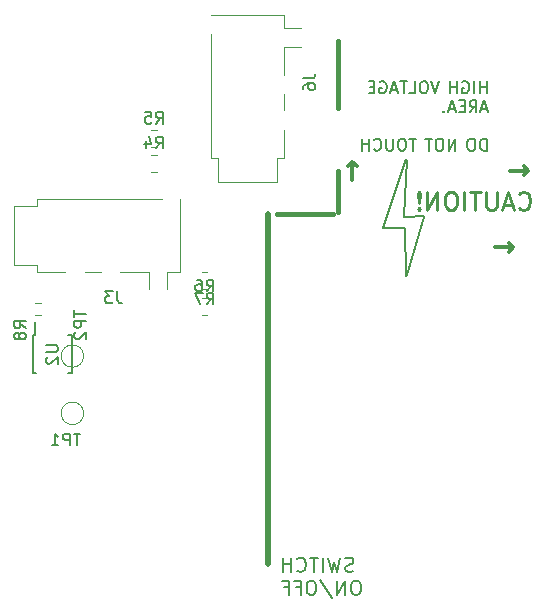
<source format=gbo>
%TF.GenerationSoftware,KiCad,Pcbnew,(7.0.0)*%
%TF.CreationDate,2023-03-27T21:21:58+02:00*%
%TF.ProjectId,220AC-mini-C3-board,32323041-432d-46d6-996e-692d43332d62,rev?*%
%TF.SameCoordinates,Original*%
%TF.FileFunction,Legend,Bot*%
%TF.FilePolarity,Positive*%
%FSLAX46Y46*%
G04 Gerber Fmt 4.6, Leading zero omitted, Abs format (unit mm)*
G04 Created by KiCad (PCBNEW (7.0.0)) date 2023-03-27 21:21:58*
%MOMM*%
%LPD*%
G01*
G04 APERTURE LIST*
%ADD10C,0.400000*%
%ADD11C,0.150000*%
%ADD12C,0.500000*%
%ADD13C,0.300000*%
%ADD14C,0.200000*%
%ADD15C,0.250000*%
%ADD16C,0.120000*%
G04 APERTURE END LIST*
D10*
X138170000Y-69685000D02*
X138170000Y-64000000D01*
X138210000Y-78500000D02*
X138210000Y-75045000D01*
D11*
X145430000Y-78860000D02*
X143860000Y-78890000D01*
X143930000Y-74050000D02*
X141980000Y-79870000D01*
X143860000Y-79840000D02*
X143960000Y-83920000D01*
D10*
X137750000Y-78680000D02*
X133000000Y-78680000D01*
D11*
X144000000Y-83810000D02*
X145460000Y-78960000D01*
X141980000Y-79840000D02*
X143820000Y-79840000D01*
D12*
X132245000Y-108320000D02*
X132255000Y-78680000D01*
D11*
X143790000Y-78890000D02*
X144000000Y-74110000D01*
D13*
X151515238Y-81499999D02*
X153039047Y-81499999D01*
X152658095Y-81880952D02*
X153039047Y-81499999D01*
X153039047Y-81499999D02*
X152658095Y-81119047D01*
X139369999Y-75774761D02*
X139369999Y-74250952D01*
X139750952Y-74631904D02*
X139369999Y-74250952D01*
X139369999Y-74250952D02*
X138989047Y-74631904D01*
D11*
X150761904Y-68437380D02*
X150761904Y-67437380D01*
X150761904Y-67913571D02*
X150190476Y-67913571D01*
X150190476Y-68437380D02*
X150190476Y-67437380D01*
X149714285Y-68437380D02*
X149714285Y-67437380D01*
X148714286Y-67485000D02*
X148809524Y-67437380D01*
X148809524Y-67437380D02*
X148952381Y-67437380D01*
X148952381Y-67437380D02*
X149095238Y-67485000D01*
X149095238Y-67485000D02*
X149190476Y-67580238D01*
X149190476Y-67580238D02*
X149238095Y-67675476D01*
X149238095Y-67675476D02*
X149285714Y-67865952D01*
X149285714Y-67865952D02*
X149285714Y-68008809D01*
X149285714Y-68008809D02*
X149238095Y-68199285D01*
X149238095Y-68199285D02*
X149190476Y-68294523D01*
X149190476Y-68294523D02*
X149095238Y-68389761D01*
X149095238Y-68389761D02*
X148952381Y-68437380D01*
X148952381Y-68437380D02*
X148857143Y-68437380D01*
X148857143Y-68437380D02*
X148714286Y-68389761D01*
X148714286Y-68389761D02*
X148666667Y-68342142D01*
X148666667Y-68342142D02*
X148666667Y-68008809D01*
X148666667Y-68008809D02*
X148857143Y-68008809D01*
X148238095Y-68437380D02*
X148238095Y-67437380D01*
X148238095Y-67913571D02*
X147666667Y-67913571D01*
X147666667Y-68437380D02*
X147666667Y-67437380D01*
X146733333Y-67437380D02*
X146400000Y-68437380D01*
X146400000Y-68437380D02*
X146066667Y-67437380D01*
X145542857Y-67437380D02*
X145352381Y-67437380D01*
X145352381Y-67437380D02*
X145257143Y-67485000D01*
X145257143Y-67485000D02*
X145161905Y-67580238D01*
X145161905Y-67580238D02*
X145114286Y-67770714D01*
X145114286Y-67770714D02*
X145114286Y-68104047D01*
X145114286Y-68104047D02*
X145161905Y-68294523D01*
X145161905Y-68294523D02*
X145257143Y-68389761D01*
X145257143Y-68389761D02*
X145352381Y-68437380D01*
X145352381Y-68437380D02*
X145542857Y-68437380D01*
X145542857Y-68437380D02*
X145638095Y-68389761D01*
X145638095Y-68389761D02*
X145733333Y-68294523D01*
X145733333Y-68294523D02*
X145780952Y-68104047D01*
X145780952Y-68104047D02*
X145780952Y-67770714D01*
X145780952Y-67770714D02*
X145733333Y-67580238D01*
X145733333Y-67580238D02*
X145638095Y-67485000D01*
X145638095Y-67485000D02*
X145542857Y-67437380D01*
X144209524Y-68437380D02*
X144685714Y-68437380D01*
X144685714Y-68437380D02*
X144685714Y-67437380D01*
X144019047Y-67437380D02*
X143447619Y-67437380D01*
X143733333Y-68437380D02*
X143733333Y-67437380D01*
X143161904Y-68151666D02*
X142685714Y-68151666D01*
X143257142Y-68437380D02*
X142923809Y-67437380D01*
X142923809Y-67437380D02*
X142590476Y-68437380D01*
X141733333Y-67485000D02*
X141828571Y-67437380D01*
X141828571Y-67437380D02*
X141971428Y-67437380D01*
X141971428Y-67437380D02*
X142114285Y-67485000D01*
X142114285Y-67485000D02*
X142209523Y-67580238D01*
X142209523Y-67580238D02*
X142257142Y-67675476D01*
X142257142Y-67675476D02*
X142304761Y-67865952D01*
X142304761Y-67865952D02*
X142304761Y-68008809D01*
X142304761Y-68008809D02*
X142257142Y-68199285D01*
X142257142Y-68199285D02*
X142209523Y-68294523D01*
X142209523Y-68294523D02*
X142114285Y-68389761D01*
X142114285Y-68389761D02*
X141971428Y-68437380D01*
X141971428Y-68437380D02*
X141876190Y-68437380D01*
X141876190Y-68437380D02*
X141733333Y-68389761D01*
X141733333Y-68389761D02*
X141685714Y-68342142D01*
X141685714Y-68342142D02*
X141685714Y-68008809D01*
X141685714Y-68008809D02*
X141876190Y-68008809D01*
X141257142Y-67913571D02*
X140923809Y-67913571D01*
X140780952Y-68437380D02*
X141257142Y-68437380D01*
X141257142Y-68437380D02*
X141257142Y-67437380D01*
X141257142Y-67437380D02*
X140780952Y-67437380D01*
X150809523Y-69771666D02*
X150333333Y-69771666D01*
X150904761Y-70057380D02*
X150571428Y-69057380D01*
X150571428Y-69057380D02*
X150238095Y-70057380D01*
X149333333Y-70057380D02*
X149666666Y-69581190D01*
X149904761Y-70057380D02*
X149904761Y-69057380D01*
X149904761Y-69057380D02*
X149523809Y-69057380D01*
X149523809Y-69057380D02*
X149428571Y-69105000D01*
X149428571Y-69105000D02*
X149380952Y-69152619D01*
X149380952Y-69152619D02*
X149333333Y-69247857D01*
X149333333Y-69247857D02*
X149333333Y-69390714D01*
X149333333Y-69390714D02*
X149380952Y-69485952D01*
X149380952Y-69485952D02*
X149428571Y-69533571D01*
X149428571Y-69533571D02*
X149523809Y-69581190D01*
X149523809Y-69581190D02*
X149904761Y-69581190D01*
X148904761Y-69533571D02*
X148571428Y-69533571D01*
X148428571Y-70057380D02*
X148904761Y-70057380D01*
X148904761Y-70057380D02*
X148904761Y-69057380D01*
X148904761Y-69057380D02*
X148428571Y-69057380D01*
X148047618Y-69771666D02*
X147571428Y-69771666D01*
X148142856Y-70057380D02*
X147809523Y-69057380D01*
X147809523Y-69057380D02*
X147476190Y-70057380D01*
X147142856Y-69962142D02*
X147095237Y-70009761D01*
X147095237Y-70009761D02*
X147142856Y-70057380D01*
X147142856Y-70057380D02*
X147190475Y-70009761D01*
X147190475Y-70009761D02*
X147142856Y-69962142D01*
X147142856Y-69962142D02*
X147142856Y-70057380D01*
X150761904Y-73297380D02*
X150761904Y-72297380D01*
X150761904Y-72297380D02*
X150523809Y-72297380D01*
X150523809Y-72297380D02*
X150380952Y-72345000D01*
X150380952Y-72345000D02*
X150285714Y-72440238D01*
X150285714Y-72440238D02*
X150238095Y-72535476D01*
X150238095Y-72535476D02*
X150190476Y-72725952D01*
X150190476Y-72725952D02*
X150190476Y-72868809D01*
X150190476Y-72868809D02*
X150238095Y-73059285D01*
X150238095Y-73059285D02*
X150285714Y-73154523D01*
X150285714Y-73154523D02*
X150380952Y-73249761D01*
X150380952Y-73249761D02*
X150523809Y-73297380D01*
X150523809Y-73297380D02*
X150761904Y-73297380D01*
X149571428Y-72297380D02*
X149380952Y-72297380D01*
X149380952Y-72297380D02*
X149285714Y-72345000D01*
X149285714Y-72345000D02*
X149190476Y-72440238D01*
X149190476Y-72440238D02*
X149142857Y-72630714D01*
X149142857Y-72630714D02*
X149142857Y-72964047D01*
X149142857Y-72964047D02*
X149190476Y-73154523D01*
X149190476Y-73154523D02*
X149285714Y-73249761D01*
X149285714Y-73249761D02*
X149380952Y-73297380D01*
X149380952Y-73297380D02*
X149571428Y-73297380D01*
X149571428Y-73297380D02*
X149666666Y-73249761D01*
X149666666Y-73249761D02*
X149761904Y-73154523D01*
X149761904Y-73154523D02*
X149809523Y-72964047D01*
X149809523Y-72964047D02*
X149809523Y-72630714D01*
X149809523Y-72630714D02*
X149761904Y-72440238D01*
X149761904Y-72440238D02*
X149666666Y-72345000D01*
X149666666Y-72345000D02*
X149571428Y-72297380D01*
X148114285Y-73297380D02*
X148114285Y-72297380D01*
X148114285Y-72297380D02*
X147542857Y-73297380D01*
X147542857Y-73297380D02*
X147542857Y-72297380D01*
X146876190Y-72297380D02*
X146685714Y-72297380D01*
X146685714Y-72297380D02*
X146590476Y-72345000D01*
X146590476Y-72345000D02*
X146495238Y-72440238D01*
X146495238Y-72440238D02*
X146447619Y-72630714D01*
X146447619Y-72630714D02*
X146447619Y-72964047D01*
X146447619Y-72964047D02*
X146495238Y-73154523D01*
X146495238Y-73154523D02*
X146590476Y-73249761D01*
X146590476Y-73249761D02*
X146685714Y-73297380D01*
X146685714Y-73297380D02*
X146876190Y-73297380D01*
X146876190Y-73297380D02*
X146971428Y-73249761D01*
X146971428Y-73249761D02*
X147066666Y-73154523D01*
X147066666Y-73154523D02*
X147114285Y-72964047D01*
X147114285Y-72964047D02*
X147114285Y-72630714D01*
X147114285Y-72630714D02*
X147066666Y-72440238D01*
X147066666Y-72440238D02*
X146971428Y-72345000D01*
X146971428Y-72345000D02*
X146876190Y-72297380D01*
X146161904Y-72297380D02*
X145590476Y-72297380D01*
X145876190Y-73297380D02*
X145876190Y-72297380D01*
X144799999Y-72297380D02*
X144228571Y-72297380D01*
X144514285Y-73297380D02*
X144514285Y-72297380D01*
X143704761Y-72297380D02*
X143514285Y-72297380D01*
X143514285Y-72297380D02*
X143419047Y-72345000D01*
X143419047Y-72345000D02*
X143323809Y-72440238D01*
X143323809Y-72440238D02*
X143276190Y-72630714D01*
X143276190Y-72630714D02*
X143276190Y-72964047D01*
X143276190Y-72964047D02*
X143323809Y-73154523D01*
X143323809Y-73154523D02*
X143419047Y-73249761D01*
X143419047Y-73249761D02*
X143514285Y-73297380D01*
X143514285Y-73297380D02*
X143704761Y-73297380D01*
X143704761Y-73297380D02*
X143799999Y-73249761D01*
X143799999Y-73249761D02*
X143895237Y-73154523D01*
X143895237Y-73154523D02*
X143942856Y-72964047D01*
X143942856Y-72964047D02*
X143942856Y-72630714D01*
X143942856Y-72630714D02*
X143895237Y-72440238D01*
X143895237Y-72440238D02*
X143799999Y-72345000D01*
X143799999Y-72345000D02*
X143704761Y-72297380D01*
X142847618Y-72297380D02*
X142847618Y-73106904D01*
X142847618Y-73106904D02*
X142799999Y-73202142D01*
X142799999Y-73202142D02*
X142752380Y-73249761D01*
X142752380Y-73249761D02*
X142657142Y-73297380D01*
X142657142Y-73297380D02*
X142466666Y-73297380D01*
X142466666Y-73297380D02*
X142371428Y-73249761D01*
X142371428Y-73249761D02*
X142323809Y-73202142D01*
X142323809Y-73202142D02*
X142276190Y-73106904D01*
X142276190Y-73106904D02*
X142276190Y-72297380D01*
X141228571Y-73202142D02*
X141276190Y-73249761D01*
X141276190Y-73249761D02*
X141419047Y-73297380D01*
X141419047Y-73297380D02*
X141514285Y-73297380D01*
X141514285Y-73297380D02*
X141657142Y-73249761D01*
X141657142Y-73249761D02*
X141752380Y-73154523D01*
X141752380Y-73154523D02*
X141799999Y-73059285D01*
X141799999Y-73059285D02*
X141847618Y-72868809D01*
X141847618Y-72868809D02*
X141847618Y-72725952D01*
X141847618Y-72725952D02*
X141799999Y-72535476D01*
X141799999Y-72535476D02*
X141752380Y-72440238D01*
X141752380Y-72440238D02*
X141657142Y-72345000D01*
X141657142Y-72345000D02*
X141514285Y-72297380D01*
X141514285Y-72297380D02*
X141419047Y-72297380D01*
X141419047Y-72297380D02*
X141276190Y-72345000D01*
X141276190Y-72345000D02*
X141228571Y-72392619D01*
X140799999Y-73297380D02*
X140799999Y-72297380D01*
X140799999Y-72773571D02*
X140228571Y-72773571D01*
X140228571Y-73297380D02*
X140228571Y-72297380D01*
D13*
X152765238Y-74999999D02*
X154289047Y-74999999D01*
X153908095Y-75380952D02*
X154289047Y-74999999D01*
X154289047Y-74999999D02*
X153908095Y-74619047D01*
D14*
X139478572Y-108911714D02*
X139307144Y-108968857D01*
X139307144Y-108968857D02*
X139021429Y-108968857D01*
X139021429Y-108968857D02*
X138907144Y-108911714D01*
X138907144Y-108911714D02*
X138850001Y-108854571D01*
X138850001Y-108854571D02*
X138792858Y-108740285D01*
X138792858Y-108740285D02*
X138792858Y-108626000D01*
X138792858Y-108626000D02*
X138850001Y-108511714D01*
X138850001Y-108511714D02*
X138907144Y-108454571D01*
X138907144Y-108454571D02*
X139021429Y-108397428D01*
X139021429Y-108397428D02*
X139250001Y-108340285D01*
X139250001Y-108340285D02*
X139364286Y-108283142D01*
X139364286Y-108283142D02*
X139421429Y-108226000D01*
X139421429Y-108226000D02*
X139478572Y-108111714D01*
X139478572Y-108111714D02*
X139478572Y-107997428D01*
X139478572Y-107997428D02*
X139421429Y-107883142D01*
X139421429Y-107883142D02*
X139364286Y-107826000D01*
X139364286Y-107826000D02*
X139250001Y-107768857D01*
X139250001Y-107768857D02*
X138964286Y-107768857D01*
X138964286Y-107768857D02*
X138792858Y-107826000D01*
X138392858Y-107768857D02*
X138107144Y-108968857D01*
X138107144Y-108968857D02*
X137878572Y-108111714D01*
X137878572Y-108111714D02*
X137650001Y-108968857D01*
X137650001Y-108968857D02*
X137364287Y-107768857D01*
X136907143Y-108968857D02*
X136907143Y-107768857D01*
X136507143Y-107768857D02*
X135821429Y-107768857D01*
X136164286Y-108968857D02*
X136164286Y-107768857D01*
X134735714Y-108854571D02*
X134792857Y-108911714D01*
X134792857Y-108911714D02*
X134964285Y-108968857D01*
X134964285Y-108968857D02*
X135078571Y-108968857D01*
X135078571Y-108968857D02*
X135250000Y-108911714D01*
X135250000Y-108911714D02*
X135364285Y-108797428D01*
X135364285Y-108797428D02*
X135421428Y-108683142D01*
X135421428Y-108683142D02*
X135478571Y-108454571D01*
X135478571Y-108454571D02*
X135478571Y-108283142D01*
X135478571Y-108283142D02*
X135421428Y-108054571D01*
X135421428Y-108054571D02*
X135364285Y-107940285D01*
X135364285Y-107940285D02*
X135250000Y-107826000D01*
X135250000Y-107826000D02*
X135078571Y-107768857D01*
X135078571Y-107768857D02*
X134964285Y-107768857D01*
X134964285Y-107768857D02*
X134792857Y-107826000D01*
X134792857Y-107826000D02*
X134735714Y-107883142D01*
X134221428Y-108968857D02*
X134221428Y-107768857D01*
X134221428Y-108340285D02*
X133535714Y-108340285D01*
X133535714Y-108968857D02*
X133535714Y-107768857D01*
X139821428Y-109712857D02*
X139592856Y-109712857D01*
X139592856Y-109712857D02*
X139478571Y-109770000D01*
X139478571Y-109770000D02*
X139364285Y-109884285D01*
X139364285Y-109884285D02*
X139307142Y-110112857D01*
X139307142Y-110112857D02*
X139307142Y-110512857D01*
X139307142Y-110512857D02*
X139364285Y-110741428D01*
X139364285Y-110741428D02*
X139478571Y-110855714D01*
X139478571Y-110855714D02*
X139592856Y-110912857D01*
X139592856Y-110912857D02*
X139821428Y-110912857D01*
X139821428Y-110912857D02*
X139935714Y-110855714D01*
X139935714Y-110855714D02*
X140049999Y-110741428D01*
X140049999Y-110741428D02*
X140107142Y-110512857D01*
X140107142Y-110512857D02*
X140107142Y-110112857D01*
X140107142Y-110112857D02*
X140049999Y-109884285D01*
X140049999Y-109884285D02*
X139935714Y-109770000D01*
X139935714Y-109770000D02*
X139821428Y-109712857D01*
X138792856Y-110912857D02*
X138792856Y-109712857D01*
X138792856Y-109712857D02*
X138107142Y-110912857D01*
X138107142Y-110912857D02*
X138107142Y-109712857D01*
X136678570Y-109655714D02*
X137707142Y-111198571D01*
X136049999Y-109712857D02*
X135821427Y-109712857D01*
X135821427Y-109712857D02*
X135707142Y-109770000D01*
X135707142Y-109770000D02*
X135592856Y-109884285D01*
X135592856Y-109884285D02*
X135535713Y-110112857D01*
X135535713Y-110112857D02*
X135535713Y-110512857D01*
X135535713Y-110512857D02*
X135592856Y-110741428D01*
X135592856Y-110741428D02*
X135707142Y-110855714D01*
X135707142Y-110855714D02*
X135821427Y-110912857D01*
X135821427Y-110912857D02*
X136049999Y-110912857D01*
X136049999Y-110912857D02*
X136164285Y-110855714D01*
X136164285Y-110855714D02*
X136278570Y-110741428D01*
X136278570Y-110741428D02*
X136335713Y-110512857D01*
X136335713Y-110512857D02*
X136335713Y-110112857D01*
X136335713Y-110112857D02*
X136278570Y-109884285D01*
X136278570Y-109884285D02*
X136164285Y-109770000D01*
X136164285Y-109770000D02*
X136049999Y-109712857D01*
X134621427Y-110284285D02*
X135021427Y-110284285D01*
X135021427Y-110912857D02*
X135021427Y-109712857D01*
X135021427Y-109712857D02*
X134449999Y-109712857D01*
X133592856Y-110284285D02*
X133992856Y-110284285D01*
X133992856Y-110912857D02*
X133992856Y-109712857D01*
X133992856Y-109712857D02*
X133421428Y-109712857D01*
D15*
X153535714Y-78158214D02*
X153607142Y-78229642D01*
X153607142Y-78229642D02*
X153821428Y-78301071D01*
X153821428Y-78301071D02*
X153964285Y-78301071D01*
X153964285Y-78301071D02*
X154178571Y-78229642D01*
X154178571Y-78229642D02*
X154321428Y-78086785D01*
X154321428Y-78086785D02*
X154392857Y-77943928D01*
X154392857Y-77943928D02*
X154464285Y-77658214D01*
X154464285Y-77658214D02*
X154464285Y-77443928D01*
X154464285Y-77443928D02*
X154392857Y-77158214D01*
X154392857Y-77158214D02*
X154321428Y-77015357D01*
X154321428Y-77015357D02*
X154178571Y-76872500D01*
X154178571Y-76872500D02*
X153964285Y-76801071D01*
X153964285Y-76801071D02*
X153821428Y-76801071D01*
X153821428Y-76801071D02*
X153607142Y-76872500D01*
X153607142Y-76872500D02*
X153535714Y-76943928D01*
X152964285Y-77872500D02*
X152250000Y-77872500D01*
X153107142Y-78301071D02*
X152607142Y-76801071D01*
X152607142Y-76801071D02*
X152107142Y-78301071D01*
X151607143Y-76801071D02*
X151607143Y-78015357D01*
X151607143Y-78015357D02*
X151535714Y-78158214D01*
X151535714Y-78158214D02*
X151464286Y-78229642D01*
X151464286Y-78229642D02*
X151321428Y-78301071D01*
X151321428Y-78301071D02*
X151035714Y-78301071D01*
X151035714Y-78301071D02*
X150892857Y-78229642D01*
X150892857Y-78229642D02*
X150821428Y-78158214D01*
X150821428Y-78158214D02*
X150750000Y-78015357D01*
X150750000Y-78015357D02*
X150750000Y-76801071D01*
X150249999Y-76801071D02*
X149392857Y-76801071D01*
X149821428Y-78301071D02*
X149821428Y-76801071D01*
X148892857Y-78301071D02*
X148892857Y-76801071D01*
X147892856Y-76801071D02*
X147607142Y-76801071D01*
X147607142Y-76801071D02*
X147464285Y-76872500D01*
X147464285Y-76872500D02*
X147321428Y-77015357D01*
X147321428Y-77015357D02*
X147249999Y-77301071D01*
X147249999Y-77301071D02*
X147249999Y-77801071D01*
X147249999Y-77801071D02*
X147321428Y-78086785D01*
X147321428Y-78086785D02*
X147464285Y-78229642D01*
X147464285Y-78229642D02*
X147607142Y-78301071D01*
X147607142Y-78301071D02*
X147892856Y-78301071D01*
X147892856Y-78301071D02*
X148035714Y-78229642D01*
X148035714Y-78229642D02*
X148178571Y-78086785D01*
X148178571Y-78086785D02*
X148249999Y-77801071D01*
X148249999Y-77801071D02*
X148249999Y-77301071D01*
X148249999Y-77301071D02*
X148178571Y-77015357D01*
X148178571Y-77015357D02*
X148035714Y-76872500D01*
X148035714Y-76872500D02*
X147892856Y-76801071D01*
X146607142Y-78301071D02*
X146607142Y-76801071D01*
X146607142Y-76801071D02*
X145749999Y-78301071D01*
X145749999Y-78301071D02*
X145749999Y-76801071D01*
X145035713Y-78158214D02*
X144964284Y-78229642D01*
X144964284Y-78229642D02*
X145035713Y-78301071D01*
X145035713Y-78301071D02*
X145107141Y-78229642D01*
X145107141Y-78229642D02*
X145035713Y-78158214D01*
X145035713Y-78158214D02*
X145035713Y-78301071D01*
X145035713Y-77729642D02*
X145107141Y-76872500D01*
X145107141Y-76872500D02*
X145035713Y-76801071D01*
X145035713Y-76801071D02*
X144964284Y-76872500D01*
X144964284Y-76872500D02*
X145035713Y-77729642D01*
X145035713Y-77729642D02*
X145035713Y-76801071D01*
D11*
%TO.C,TP1*%
X116361904Y-97267380D02*
X115790476Y-97267380D01*
X116076190Y-98267380D02*
X116076190Y-97267380D01*
X115457142Y-98267380D02*
X115457142Y-97267380D01*
X115457142Y-97267380D02*
X115076190Y-97267380D01*
X115076190Y-97267380D02*
X114980952Y-97315000D01*
X114980952Y-97315000D02*
X114933333Y-97362619D01*
X114933333Y-97362619D02*
X114885714Y-97457857D01*
X114885714Y-97457857D02*
X114885714Y-97600714D01*
X114885714Y-97600714D02*
X114933333Y-97695952D01*
X114933333Y-97695952D02*
X114980952Y-97743571D01*
X114980952Y-97743571D02*
X115076190Y-97791190D01*
X115076190Y-97791190D02*
X115457142Y-97791190D01*
X113933333Y-98267380D02*
X114504761Y-98267380D01*
X114219047Y-98267380D02*
X114219047Y-97267380D01*
X114219047Y-97267380D02*
X114314285Y-97410238D01*
X114314285Y-97410238D02*
X114409523Y-97505476D01*
X114409523Y-97505476D02*
X114504761Y-97553095D01*
%TO.C,R6*%
X127066666Y-85217380D02*
X127399999Y-84741190D01*
X127638094Y-85217380D02*
X127638094Y-84217380D01*
X127638094Y-84217380D02*
X127257142Y-84217380D01*
X127257142Y-84217380D02*
X127161904Y-84265000D01*
X127161904Y-84265000D02*
X127114285Y-84312619D01*
X127114285Y-84312619D02*
X127066666Y-84407857D01*
X127066666Y-84407857D02*
X127066666Y-84550714D01*
X127066666Y-84550714D02*
X127114285Y-84645952D01*
X127114285Y-84645952D02*
X127161904Y-84693571D01*
X127161904Y-84693571D02*
X127257142Y-84741190D01*
X127257142Y-84741190D02*
X127638094Y-84741190D01*
X126209523Y-84217380D02*
X126399999Y-84217380D01*
X126399999Y-84217380D02*
X126495237Y-84265000D01*
X126495237Y-84265000D02*
X126542856Y-84312619D01*
X126542856Y-84312619D02*
X126638094Y-84455476D01*
X126638094Y-84455476D02*
X126685713Y-84645952D01*
X126685713Y-84645952D02*
X126685713Y-85026904D01*
X126685713Y-85026904D02*
X126638094Y-85122142D01*
X126638094Y-85122142D02*
X126590475Y-85169761D01*
X126590475Y-85169761D02*
X126495237Y-85217380D01*
X126495237Y-85217380D02*
X126304761Y-85217380D01*
X126304761Y-85217380D02*
X126209523Y-85169761D01*
X126209523Y-85169761D02*
X126161904Y-85122142D01*
X126161904Y-85122142D02*
X126114285Y-85026904D01*
X126114285Y-85026904D02*
X126114285Y-84788809D01*
X126114285Y-84788809D02*
X126161904Y-84693571D01*
X126161904Y-84693571D02*
X126209523Y-84645952D01*
X126209523Y-84645952D02*
X126304761Y-84598333D01*
X126304761Y-84598333D02*
X126495237Y-84598333D01*
X126495237Y-84598333D02*
X126590475Y-84645952D01*
X126590475Y-84645952D02*
X126638094Y-84693571D01*
X126638094Y-84693571D02*
X126685713Y-84788809D01*
%TO.C,J3*%
X119483333Y-85217380D02*
X119483333Y-85931666D01*
X119483333Y-85931666D02*
X119530952Y-86074523D01*
X119530952Y-86074523D02*
X119626190Y-86169761D01*
X119626190Y-86169761D02*
X119769047Y-86217380D01*
X119769047Y-86217380D02*
X119864285Y-86217380D01*
X119102380Y-85217380D02*
X118483333Y-85217380D01*
X118483333Y-85217380D02*
X118816666Y-85598333D01*
X118816666Y-85598333D02*
X118673809Y-85598333D01*
X118673809Y-85598333D02*
X118578571Y-85645952D01*
X118578571Y-85645952D02*
X118530952Y-85693571D01*
X118530952Y-85693571D02*
X118483333Y-85788809D01*
X118483333Y-85788809D02*
X118483333Y-86026904D01*
X118483333Y-86026904D02*
X118530952Y-86122142D01*
X118530952Y-86122142D02*
X118578571Y-86169761D01*
X118578571Y-86169761D02*
X118673809Y-86217380D01*
X118673809Y-86217380D02*
X118959523Y-86217380D01*
X118959523Y-86217380D02*
X119054761Y-86169761D01*
X119054761Y-86169761D02*
X119102380Y-86122142D01*
%TO.C,R8*%
X111767380Y-88333333D02*
X111291190Y-88000000D01*
X111767380Y-87761905D02*
X110767380Y-87761905D01*
X110767380Y-87761905D02*
X110767380Y-88142857D01*
X110767380Y-88142857D02*
X110815000Y-88238095D01*
X110815000Y-88238095D02*
X110862619Y-88285714D01*
X110862619Y-88285714D02*
X110957857Y-88333333D01*
X110957857Y-88333333D02*
X111100714Y-88333333D01*
X111100714Y-88333333D02*
X111195952Y-88285714D01*
X111195952Y-88285714D02*
X111243571Y-88238095D01*
X111243571Y-88238095D02*
X111291190Y-88142857D01*
X111291190Y-88142857D02*
X111291190Y-87761905D01*
X111195952Y-88904762D02*
X111148333Y-88809524D01*
X111148333Y-88809524D02*
X111100714Y-88761905D01*
X111100714Y-88761905D02*
X111005476Y-88714286D01*
X111005476Y-88714286D02*
X110957857Y-88714286D01*
X110957857Y-88714286D02*
X110862619Y-88761905D01*
X110862619Y-88761905D02*
X110815000Y-88809524D01*
X110815000Y-88809524D02*
X110767380Y-88904762D01*
X110767380Y-88904762D02*
X110767380Y-89095238D01*
X110767380Y-89095238D02*
X110815000Y-89190476D01*
X110815000Y-89190476D02*
X110862619Y-89238095D01*
X110862619Y-89238095D02*
X110957857Y-89285714D01*
X110957857Y-89285714D02*
X111005476Y-89285714D01*
X111005476Y-89285714D02*
X111100714Y-89238095D01*
X111100714Y-89238095D02*
X111148333Y-89190476D01*
X111148333Y-89190476D02*
X111195952Y-89095238D01*
X111195952Y-89095238D02*
X111195952Y-88904762D01*
X111195952Y-88904762D02*
X111243571Y-88809524D01*
X111243571Y-88809524D02*
X111291190Y-88761905D01*
X111291190Y-88761905D02*
X111386428Y-88714286D01*
X111386428Y-88714286D02*
X111576904Y-88714286D01*
X111576904Y-88714286D02*
X111672142Y-88761905D01*
X111672142Y-88761905D02*
X111719761Y-88809524D01*
X111719761Y-88809524D02*
X111767380Y-88904762D01*
X111767380Y-88904762D02*
X111767380Y-89095238D01*
X111767380Y-89095238D02*
X111719761Y-89190476D01*
X111719761Y-89190476D02*
X111672142Y-89238095D01*
X111672142Y-89238095D02*
X111576904Y-89285714D01*
X111576904Y-89285714D02*
X111386428Y-89285714D01*
X111386428Y-89285714D02*
X111291190Y-89238095D01*
X111291190Y-89238095D02*
X111243571Y-89190476D01*
X111243571Y-89190476D02*
X111195952Y-89095238D01*
%TO.C,R7*%
X127066666Y-86317380D02*
X127399999Y-85841190D01*
X127638094Y-86317380D02*
X127638094Y-85317380D01*
X127638094Y-85317380D02*
X127257142Y-85317380D01*
X127257142Y-85317380D02*
X127161904Y-85365000D01*
X127161904Y-85365000D02*
X127114285Y-85412619D01*
X127114285Y-85412619D02*
X127066666Y-85507857D01*
X127066666Y-85507857D02*
X127066666Y-85650714D01*
X127066666Y-85650714D02*
X127114285Y-85745952D01*
X127114285Y-85745952D02*
X127161904Y-85793571D01*
X127161904Y-85793571D02*
X127257142Y-85841190D01*
X127257142Y-85841190D02*
X127638094Y-85841190D01*
X126733332Y-85317380D02*
X126066666Y-85317380D01*
X126066666Y-85317380D02*
X126495237Y-86317380D01*
%TO.C,U2*%
X113467380Y-89788095D02*
X114276904Y-89788095D01*
X114276904Y-89788095D02*
X114372142Y-89835714D01*
X114372142Y-89835714D02*
X114419761Y-89883333D01*
X114419761Y-89883333D02*
X114467380Y-89978571D01*
X114467380Y-89978571D02*
X114467380Y-90169047D01*
X114467380Y-90169047D02*
X114419761Y-90264285D01*
X114419761Y-90264285D02*
X114372142Y-90311904D01*
X114372142Y-90311904D02*
X114276904Y-90359523D01*
X114276904Y-90359523D02*
X113467380Y-90359523D01*
X113562619Y-90788095D02*
X113515000Y-90835714D01*
X113515000Y-90835714D02*
X113467380Y-90930952D01*
X113467380Y-90930952D02*
X113467380Y-91169047D01*
X113467380Y-91169047D02*
X113515000Y-91264285D01*
X113515000Y-91264285D02*
X113562619Y-91311904D01*
X113562619Y-91311904D02*
X113657857Y-91359523D01*
X113657857Y-91359523D02*
X113753095Y-91359523D01*
X113753095Y-91359523D02*
X113895952Y-91311904D01*
X113895952Y-91311904D02*
X114467380Y-90740476D01*
X114467380Y-90740476D02*
X114467380Y-91359523D01*
%TO.C,R4*%
X122766666Y-73117380D02*
X123099999Y-72641190D01*
X123338094Y-73117380D02*
X123338094Y-72117380D01*
X123338094Y-72117380D02*
X122957142Y-72117380D01*
X122957142Y-72117380D02*
X122861904Y-72165000D01*
X122861904Y-72165000D02*
X122814285Y-72212619D01*
X122814285Y-72212619D02*
X122766666Y-72307857D01*
X122766666Y-72307857D02*
X122766666Y-72450714D01*
X122766666Y-72450714D02*
X122814285Y-72545952D01*
X122814285Y-72545952D02*
X122861904Y-72593571D01*
X122861904Y-72593571D02*
X122957142Y-72641190D01*
X122957142Y-72641190D02*
X123338094Y-72641190D01*
X121909523Y-72450714D02*
X121909523Y-73117380D01*
X122147618Y-72069761D02*
X122385713Y-72784047D01*
X122385713Y-72784047D02*
X121766666Y-72784047D01*
%TO.C,TP2*%
X115867380Y-86838095D02*
X115867380Y-87409523D01*
X116867380Y-87123809D02*
X115867380Y-87123809D01*
X116867380Y-87742857D02*
X115867380Y-87742857D01*
X115867380Y-87742857D02*
X115867380Y-88123809D01*
X115867380Y-88123809D02*
X115915000Y-88219047D01*
X115915000Y-88219047D02*
X115962619Y-88266666D01*
X115962619Y-88266666D02*
X116057857Y-88314285D01*
X116057857Y-88314285D02*
X116200714Y-88314285D01*
X116200714Y-88314285D02*
X116295952Y-88266666D01*
X116295952Y-88266666D02*
X116343571Y-88219047D01*
X116343571Y-88219047D02*
X116391190Y-88123809D01*
X116391190Y-88123809D02*
X116391190Y-87742857D01*
X115962619Y-88695238D02*
X115915000Y-88742857D01*
X115915000Y-88742857D02*
X115867380Y-88838095D01*
X115867380Y-88838095D02*
X115867380Y-89076190D01*
X115867380Y-89076190D02*
X115915000Y-89171428D01*
X115915000Y-89171428D02*
X115962619Y-89219047D01*
X115962619Y-89219047D02*
X116057857Y-89266666D01*
X116057857Y-89266666D02*
X116153095Y-89266666D01*
X116153095Y-89266666D02*
X116295952Y-89219047D01*
X116295952Y-89219047D02*
X116867380Y-88647619D01*
X116867380Y-88647619D02*
X116867380Y-89266666D01*
%TO.C,R5*%
X122766666Y-71017380D02*
X123099999Y-70541190D01*
X123338094Y-71017380D02*
X123338094Y-70017380D01*
X123338094Y-70017380D02*
X122957142Y-70017380D01*
X122957142Y-70017380D02*
X122861904Y-70065000D01*
X122861904Y-70065000D02*
X122814285Y-70112619D01*
X122814285Y-70112619D02*
X122766666Y-70207857D01*
X122766666Y-70207857D02*
X122766666Y-70350714D01*
X122766666Y-70350714D02*
X122814285Y-70445952D01*
X122814285Y-70445952D02*
X122861904Y-70493571D01*
X122861904Y-70493571D02*
X122957142Y-70541190D01*
X122957142Y-70541190D02*
X123338094Y-70541190D01*
X121861904Y-70017380D02*
X122338094Y-70017380D01*
X122338094Y-70017380D02*
X122385713Y-70493571D01*
X122385713Y-70493571D02*
X122338094Y-70445952D01*
X122338094Y-70445952D02*
X122242856Y-70398333D01*
X122242856Y-70398333D02*
X122004761Y-70398333D01*
X122004761Y-70398333D02*
X121909523Y-70445952D01*
X121909523Y-70445952D02*
X121861904Y-70493571D01*
X121861904Y-70493571D02*
X121814285Y-70588809D01*
X121814285Y-70588809D02*
X121814285Y-70826904D01*
X121814285Y-70826904D02*
X121861904Y-70922142D01*
X121861904Y-70922142D02*
X121909523Y-70969761D01*
X121909523Y-70969761D02*
X122004761Y-71017380D01*
X122004761Y-71017380D02*
X122242856Y-71017380D01*
X122242856Y-71017380D02*
X122338094Y-70969761D01*
X122338094Y-70969761D02*
X122385713Y-70922142D01*
%TO.C,J6*%
X135262493Y-67166457D02*
X135976779Y-67166457D01*
X135976779Y-67166457D02*
X136119636Y-67118838D01*
X136119636Y-67118838D02*
X136214874Y-67023600D01*
X136214874Y-67023600D02*
X136262493Y-66880743D01*
X136262493Y-66880743D02*
X136262493Y-66785505D01*
X135262493Y-68071219D02*
X135262493Y-67880743D01*
X135262493Y-67880743D02*
X135310113Y-67785505D01*
X135310113Y-67785505D02*
X135357732Y-67737886D01*
X135357732Y-67737886D02*
X135500589Y-67642648D01*
X135500589Y-67642648D02*
X135691065Y-67595029D01*
X135691065Y-67595029D02*
X136072017Y-67595029D01*
X136072017Y-67595029D02*
X136167255Y-67642648D01*
X136167255Y-67642648D02*
X136214874Y-67690267D01*
X136214874Y-67690267D02*
X136262493Y-67785505D01*
X136262493Y-67785505D02*
X136262493Y-67975981D01*
X136262493Y-67975981D02*
X136214874Y-68071219D01*
X136214874Y-68071219D02*
X136167255Y-68118838D01*
X136167255Y-68118838D02*
X136072017Y-68166457D01*
X136072017Y-68166457D02*
X135833922Y-68166457D01*
X135833922Y-68166457D02*
X135738684Y-68118838D01*
X135738684Y-68118838D02*
X135691065Y-68071219D01*
X135691065Y-68071219D02*
X135643446Y-67975981D01*
X135643446Y-67975981D02*
X135643446Y-67785505D01*
X135643446Y-67785505D02*
X135691065Y-67690267D01*
X135691065Y-67690267D02*
X135738684Y-67642648D01*
X135738684Y-67642648D02*
X135833922Y-67595029D01*
D16*
%TO.C,TP1*%
X116650000Y-95550000D02*
G75*
G03*
X116650000Y-95550000I-950000J0D01*
G01*
%TO.C,R6*%
X127127064Y-87235000D02*
X126672936Y-87235000D01*
X127127064Y-85765000D02*
X126672936Y-85765000D01*
%TO.C,J3*%
X110725000Y-83000000D02*
X110725000Y-78000000D01*
X112725000Y-78000000D02*
X110725000Y-78000000D01*
X112725000Y-78000000D02*
X112725000Y-77400000D01*
X112725000Y-83000000D02*
X110725000Y-83000000D01*
X112725000Y-83600000D02*
X112725000Y-83000000D01*
X112725000Y-83600000D02*
X115100000Y-83600000D01*
X116750000Y-83600000D02*
X118100000Y-83600000D01*
X119750000Y-83600000D02*
X122150000Y-83600000D01*
X122150000Y-83600000D02*
X122150000Y-85000000D01*
X123250000Y-77400000D02*
X112725000Y-77400000D01*
X123700000Y-83600000D02*
X123700000Y-85000000D01*
X123700000Y-83600000D02*
X124825000Y-83600000D01*
X124825000Y-77400000D02*
X124825000Y-83600000D01*
%TO.C,R8*%
X112562742Y-86177500D02*
X113037258Y-86177500D01*
X112562742Y-87222500D02*
X113037258Y-87222500D01*
%TO.C,R7*%
X126672936Y-83565000D02*
X127127064Y-83565000D01*
X126672936Y-85035000D02*
X127127064Y-85035000D01*
D11*
%TO.C,U2*%
X115625000Y-88925000D02*
X115350000Y-88925000D01*
X115625000Y-88925000D02*
X115625000Y-92175000D01*
X112550000Y-88925000D02*
X112550000Y-87850000D01*
X112375000Y-88925000D02*
X112550000Y-88925000D01*
X112375000Y-88925000D02*
X112375000Y-92175000D01*
X115625000Y-92175000D02*
X115350000Y-92175000D01*
X112375000Y-92175000D02*
X112650000Y-92175000D01*
D16*
%TO.C,R4*%
X122827064Y-75135000D02*
X122372936Y-75135000D01*
X122827064Y-73665000D02*
X122372936Y-73665000D01*
%TO.C,TP2*%
X116650000Y-90700000D02*
G75*
G03*
X116650000Y-90700000I-950000J0D01*
G01*
%TO.C,R5*%
X122827064Y-73035000D02*
X122372936Y-73035000D01*
X122827064Y-71565000D02*
X122372936Y-71565000D01*
%TO.C,J6*%
X133045113Y-75924791D02*
X128045113Y-75924791D01*
X128045113Y-73924791D02*
X128045113Y-75924791D01*
X128045113Y-73924791D02*
X127445113Y-73924791D01*
X133045113Y-73924791D02*
X133045113Y-75924791D01*
X133645113Y-73924791D02*
X133045113Y-73924791D01*
X133645113Y-73924791D02*
X133645113Y-71549791D01*
X133645113Y-69899791D02*
X133645113Y-68549791D01*
X133645113Y-66899791D02*
X133645113Y-64499791D01*
X133645113Y-64499791D02*
X135045113Y-64499791D01*
X127445113Y-63399791D02*
X127445113Y-73924791D01*
X133645113Y-62949791D02*
X135045113Y-62949791D01*
X133645113Y-62949791D02*
X133645113Y-61824791D01*
X127445113Y-61824791D02*
X133645113Y-61824791D01*
%TD*%
M02*

</source>
